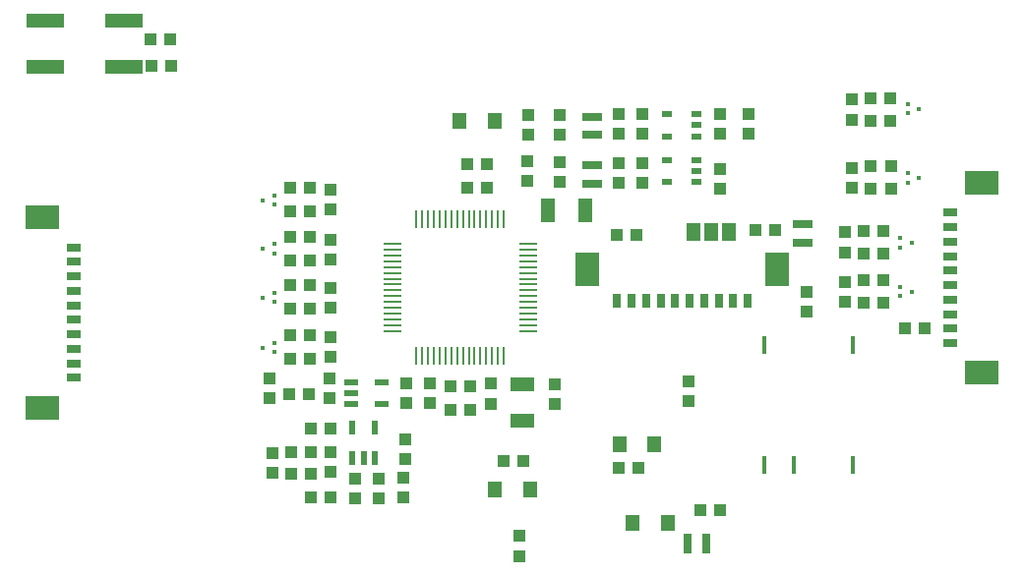
<source format=gbr>
G04 EAGLE Gerber RS-274X export*
G75*
%MOMM*%
%FSLAX34Y34*%
%LPD*%
%INSolderpaste Top*%
%IPPOS*%
%AMOC8*
5,1,8,0,0,1.08239X$1,22.5*%
G01*
%ADD10R,1.800000X0.800000*%
%ADD11R,1.000000X1.100000*%
%ADD12R,2.000000X1.200000*%
%ADD13R,1.100000X1.000000*%
%ADD14R,1.500000X0.285000*%
%ADD15R,0.285000X1.500000*%
%ADD16R,1.200000X1.400000*%
%ADD17R,1.200000X2.000000*%
%ADD18R,1.200000X0.550000*%
%ADD19R,0.550000X1.200000*%
%ADD20R,0.952500X0.508000*%
%ADD21R,0.800000X1.800000*%
%ADD22R,3.200000X1.200000*%
%ADD23R,1.168400X1.600200*%
%ADD24R,0.800000X1.300000*%
%ADD25R,2.100000X3.000000*%
%ADD26R,0.400000X0.400000*%
%ADD27R,0.406400X1.600200*%
%ADD28R,1.300000X0.800000*%
%ADD29R,3.000000X2.100000*%


D10*
X496824Y365888D03*
X496824Y381888D03*
D11*
X540512Y366912D03*
X540512Y383912D03*
X520192Y366912D03*
X520192Y383912D03*
X468884Y367674D03*
X468884Y384674D03*
D12*
X437134Y193546D03*
X437134Y161546D03*
D11*
X464820Y193158D03*
X464820Y176158D03*
D13*
X389518Y382524D03*
X406518Y382524D03*
X389264Y362204D03*
X406264Y362204D03*
D11*
X409509Y193605D03*
X409509Y176605D03*
D13*
X374997Y170713D03*
X391997Y170713D03*
X375177Y191483D03*
X392177Y191483D03*
D10*
X497078Y407798D03*
X497078Y423798D03*
D11*
X540512Y408822D03*
X540512Y425822D03*
X520192Y408822D03*
X520192Y425822D03*
X469138Y408314D03*
X469138Y425314D03*
D10*
X678434Y314834D03*
X678434Y330834D03*
D11*
X681482Y272660D03*
X681482Y255660D03*
D14*
X324786Y314106D03*
X324786Y309106D03*
X324786Y304106D03*
X324786Y299106D03*
X324786Y294106D03*
X324786Y289106D03*
X324786Y284106D03*
X324786Y279106D03*
X324786Y274106D03*
X324786Y269106D03*
X324786Y264106D03*
X324786Y259106D03*
X324786Y254106D03*
X324786Y249106D03*
X324786Y244106D03*
X324786Y239106D03*
D15*
X345786Y218106D03*
X350786Y218106D03*
X355786Y218106D03*
X360786Y218106D03*
X365786Y218106D03*
X370786Y218106D03*
X375786Y218106D03*
X380786Y218106D03*
X385786Y218106D03*
X390786Y218106D03*
X395786Y218106D03*
X400786Y218106D03*
X405786Y218106D03*
X410786Y218106D03*
X415786Y218106D03*
X420786Y218106D03*
D14*
X441786Y239106D03*
X441786Y244106D03*
X441786Y249106D03*
X441786Y254106D03*
X441786Y259106D03*
X441786Y264106D03*
X441786Y269106D03*
X441786Y274106D03*
X441786Y279106D03*
X441786Y284106D03*
X441786Y289106D03*
X441786Y294106D03*
X441786Y299106D03*
X441786Y304106D03*
X441786Y309106D03*
X441786Y314106D03*
D15*
X420786Y335106D03*
X415786Y335106D03*
X410786Y335106D03*
X405786Y335106D03*
X400786Y335106D03*
X395786Y335106D03*
X390786Y335106D03*
X385786Y335106D03*
X380786Y335106D03*
X375786Y335106D03*
X370786Y335106D03*
X365786Y335106D03*
X360786Y335106D03*
X355786Y335106D03*
X350786Y335106D03*
X345786Y335106D03*
D11*
X441452Y368436D03*
X441452Y385436D03*
X271526Y217052D03*
X271526Y234052D03*
X271526Y258962D03*
X271526Y275962D03*
D13*
X237372Y299974D03*
X254372Y299974D03*
D11*
X271526Y300872D03*
X271526Y317872D03*
D13*
X237372Y320294D03*
X254372Y320294D03*
X237372Y341884D03*
X254372Y341884D03*
D11*
X271526Y344052D03*
X271526Y361052D03*
D13*
X237372Y362458D03*
X254372Y362458D03*
X753736Y439928D03*
X736736Y439928D03*
D11*
X720598Y438268D03*
X720598Y421268D03*
D13*
X753736Y419862D03*
X736736Y419862D03*
X753990Y381254D03*
X736990Y381254D03*
D11*
X720598Y379594D03*
X720598Y362594D03*
D13*
X753990Y361950D03*
X736990Y361950D03*
X747640Y325374D03*
X730640Y325374D03*
D11*
X714248Y323968D03*
X714248Y306968D03*
D13*
X747640Y305816D03*
X730640Y305816D03*
X747640Y283210D03*
X730640Y283210D03*
D11*
X714248Y281296D03*
X714248Y264296D03*
D13*
X747640Y263144D03*
X730640Y263144D03*
X437760Y127508D03*
X420760Y127508D03*
D16*
X413244Y102870D03*
X443244Y102870D03*
D11*
X337058Y194041D03*
X337058Y177041D03*
X334264Y112386D03*
X334264Y95386D03*
X293116Y112259D03*
X293116Y95259D03*
X312928Y112259D03*
X312928Y95259D03*
X441706Y408060D03*
X441706Y425060D03*
D16*
X412764Y419862D03*
X382764Y419862D03*
D13*
X237372Y278384D03*
X254372Y278384D03*
X237372Y258064D03*
X254372Y258064D03*
X237372Y235204D03*
X254372Y235204D03*
X237372Y214884D03*
X254372Y214884D03*
D17*
X490726Y342646D03*
X458726Y342646D03*
D11*
X631698Y408822D03*
X631698Y425822D03*
X607060Y408822D03*
X607060Y425822D03*
X607060Y361578D03*
X607060Y378578D03*
D18*
X289767Y194920D03*
X289767Y185420D03*
X289767Y175920D03*
X315769Y175920D03*
X315769Y194920D03*
D19*
X290728Y129747D03*
X300228Y129747D03*
X309728Y129747D03*
X309728Y155749D03*
X290728Y155749D03*
D20*
X586809Y406758D03*
X586809Y416258D03*
X586809Y425758D03*
X561282Y425758D03*
X561282Y406758D03*
X586936Y367195D03*
X586936Y376695D03*
X586936Y386195D03*
X561409Y386195D03*
X561409Y367195D03*
D13*
X654475Y325681D03*
X637475Y325681D03*
D11*
X434160Y62361D03*
X434160Y45361D03*
D13*
X590371Y84910D03*
X607371Y84910D03*
D11*
X580210Y195505D03*
X580210Y178505D03*
D21*
X579210Y55903D03*
X595210Y55903D03*
D13*
X536627Y120830D03*
X519627Y120830D03*
D16*
X520602Y141224D03*
X550602Y141224D03*
X561948Y74026D03*
X531948Y74026D03*
D13*
X517999Y321473D03*
X534999Y321473D03*
D22*
X26119Y506623D03*
X94119Y506623D03*
X94119Y466623D03*
X26119Y466623D03*
D13*
X117189Y490355D03*
X134189Y490355D03*
D23*
X583951Y324406D03*
X599191Y324406D03*
X614431Y324406D03*
D24*
X630923Y264970D03*
X618423Y264970D03*
X605923Y264970D03*
X593423Y264970D03*
X580923Y264970D03*
X568423Y264970D03*
X555923Y264970D03*
X543423Y264970D03*
X530923Y264970D03*
X518423Y264970D03*
D25*
X656423Y292470D03*
X492923Y292470D03*
D13*
X254639Y115720D03*
X237639Y115720D03*
X254639Y135110D03*
X237639Y135110D03*
X253369Y185067D03*
X236369Y185067D03*
D11*
X271087Y180971D03*
X271087Y197971D03*
D13*
X254631Y154953D03*
X271631Y154953D03*
X254631Y96192D03*
X271631Y96192D03*
D11*
X221582Y133989D03*
X221582Y116989D03*
X219448Y180971D03*
X219448Y197971D03*
X271859Y117471D03*
X271859Y134471D03*
D26*
X213407Y224793D03*
X223407Y220793D03*
X223407Y228793D03*
X213407Y267973D03*
X223407Y263973D03*
X223407Y271973D03*
X213407Y309883D03*
X223407Y305883D03*
X223407Y313883D03*
X213407Y351793D03*
X223407Y347793D03*
X223407Y355793D03*
X778463Y430527D03*
X768463Y434527D03*
X768463Y426527D03*
X778463Y370837D03*
X768463Y374837D03*
X768463Y366837D03*
X772113Y314957D03*
X762113Y318957D03*
X762113Y310957D03*
X772113Y273047D03*
X762113Y277047D03*
X762113Y269047D03*
D11*
X336243Y145419D03*
X336243Y128419D03*
X357518Y177041D03*
X357518Y194041D03*
D13*
X117471Y467302D03*
X134471Y467302D03*
D27*
X644906Y123444D03*
X670306Y123444D03*
X721106Y123444D03*
X721106Y227076D03*
X644906Y227076D03*
D28*
X805180Y228600D03*
X805180Y241100D03*
X805180Y253600D03*
X805180Y266100D03*
X805180Y278600D03*
X805180Y291100D03*
X805180Y303600D03*
X805180Y316100D03*
X805180Y328600D03*
X805180Y341100D03*
D29*
X832680Y203100D03*
X832680Y366600D03*
D13*
X783200Y241300D03*
X766200Y241300D03*
D28*
X50800Y311150D03*
X50800Y298650D03*
X50800Y286150D03*
X50800Y273650D03*
X50800Y261150D03*
X50800Y248650D03*
X50800Y236150D03*
X50800Y223650D03*
X50800Y211150D03*
X50800Y198650D03*
D29*
X23300Y336650D03*
X23300Y173150D03*
M02*

</source>
